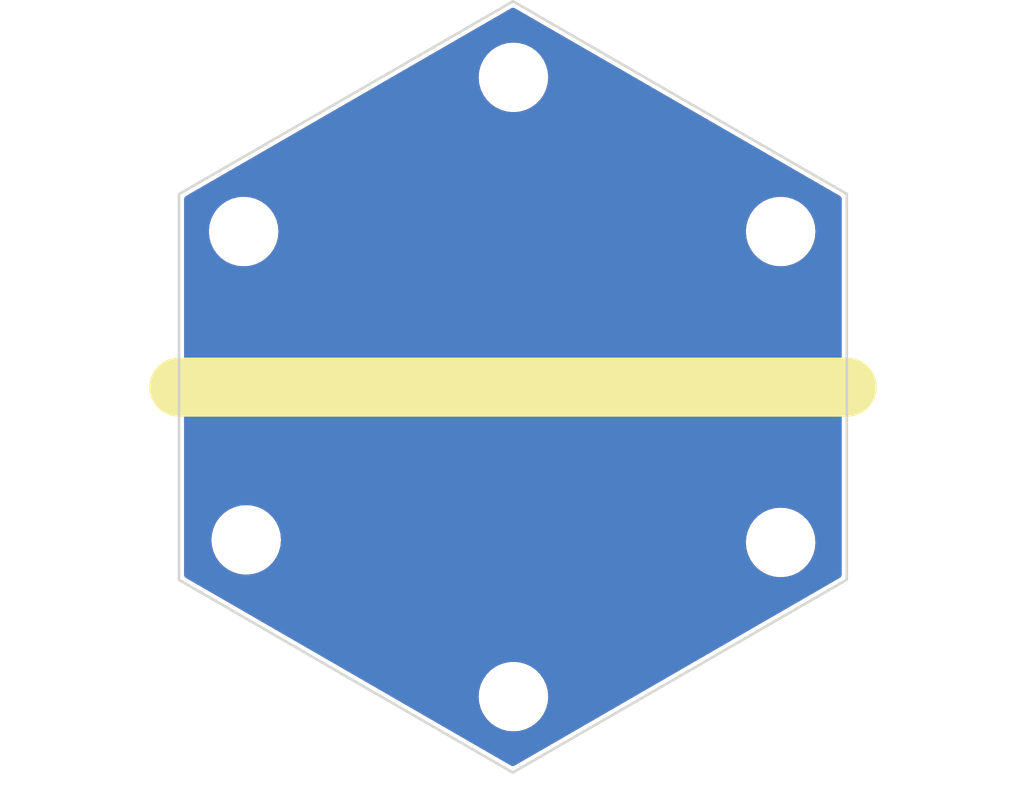
<source format=kicad_pcb>
(kicad_pcb (version 20211014) (generator pcbnew)
  (layers (0 "F.Cu" signal) (31 "B.Cu" signal) (34 "B.Paste" user) (35 "F.Paste" user) (36 "B.SilkS" user "B.Silkscreen") (37 "F.SilkS" user "F.Silkscreen") (38 "B.Mask" user) (39 "F.Mask" user) (44 "Edge.Cuts" user))
  (net 0 "")
  (footprint "MountingHole:MountingHole_2.2mm_M2" (layer "F.Cu") (at 138.615694 95.944668)
    (fp_text reference "REF**" hide)
    (fp_text value "MountingHole_2.2mm_M2")
    (pad "" np_thru_hole circle (at 0 0) (size 2.2 2.2) (drill 2.2) (layers *.Cu *.Mask))
  )
  (footprint "MountingHole:MountingHole_2.2mm_M2" (layer "F.Cu") (at 159.415694 96.044668)
    (fp_text reference "REF**" hide)
    (fp_text value "MountingHole_2.2mm_M2")
    (pad "" np_thru_hole circle (at 0 0) (size 2.2 2.2) (drill 2.2) (layers *.Cu *.Mask))
  )
  (footprint "MountingHole:MountingHole_2.2mm_M2" (layer "F.Cu") (at 159.415694 83.944668)
    (fp_text reference "REF**" hide)
    (fp_text value "MountingHole_2.2mm_M2")
    (pad "" np_thru_hole circle (at 0 0) (size 2.2 2.2) (drill 2.2) (layers *.Cu *.Mask))
  )
  (footprint "MountingHole:MountingHole_2.2mm_M2" (layer "F.Cu") (at 138.515694 83.944668)
    (fp_text reference "REF**" hide)
    (fp_text value "MountingHole_2.2mm_M2")
    (pad "" np_thru_hole circle (at 0 0) (size 2.2 2.2) (drill 2.2) (layers *.Cu *.Mask))
  )
  (footprint "MountingHole:MountingHole_2.2mm_M2" (layer "F.Cu") (at 149.015694 77.944668)
    (fp_text reference "REF**" hide)
    (fp_text value "MountingHole_2.2mm_M2")
    (pad "" np_thru_hole circle (at 0 0) (size 2.2 2.2) (drill 2.2) (layers *.Cu *.Mask))
  )
  (footprint "MountingHole:MountingHole_2.2mm_M2" (layer "F.Cu") (at 149.015694 102.044668)
    (fp_text reference "REF**" hide)
    (fp_text value "MountingHole_2.2mm_M2")
    (pad "" np_thru_hole circle (at 0 0) (size 2.2 2.2) (drill 2.2) (layers *.Cu *.Mask))
  )
  (gr_line (start 136 90) (end 162 90) (layer "F.SilkS") (width 2.3))
  (gr_line (start 136 97.5) (end 148.990382 105) (layer "Edge.Cuts") (width 0.1))
  (gr_line (start 148.990382 105) (end 161.980763 97.5) (layer "Edge.Cuts") (width 0.1))
  (gr_line (start 136 82.5) (end 136 97.5) (layer "Edge.Cuts") (width 0.1))
  (gr_line (start 149 74.98334) (end 136.009619 82.48334) (layer "Edge.Cuts") (width 0.1))
  (gr_line (start 161.990382 97.48334) (end 161.990382 82.48334) (layer "Edge.Cuts") (width 0.1))
  (gr_line (start 161.990382 82.48334) (end 149 74.98334) (layer "Edge.Cuts") (width 0.1))
  (zone (net 0) (net_name "") (layers F&B.Cu) (connect_pads (clearance 0.2)) (min_thickness 0.254) (fill yes (thermal_gap 0.2) (thermal_bridge_width 0.508))
    (polygon (pts (xy 161.9 82.6) (xy 161.9 97.4) (xy 149 104.8) (xy 136.1 97.4) (xy 136.1 82.6) (xy 149 75.2)))
  )
)
</source>
